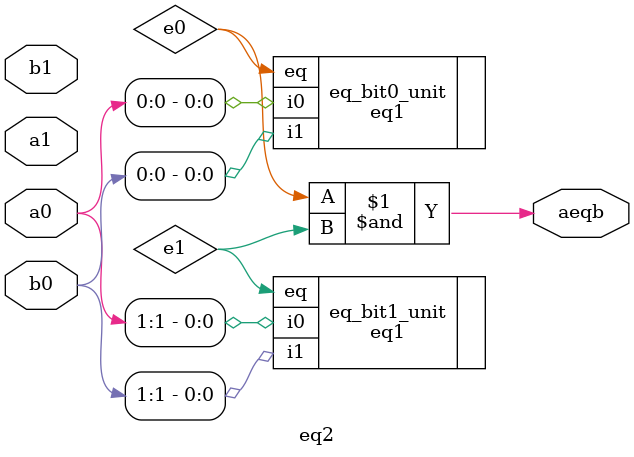
<source format=v>
module eq2
   (
    input  wire[1:0] a0, b0,			// a adn b are the two 2-bit numbers to compare
    input  wire[1:0] a1, b1,			// a adn b are the two 2-bit numbers to compare
    
    output wire aeqb				// single bit output. Should be high if a adn b the same
   );

   // internal signal declaration, used to wire outpus of the 1 bit comparators
   wire e0, e1, e2, e3;


   // body
   // instantiate two 1-bit comparators that we already know are tested and work
   // named instantiation allows us to change order of ports.
   eq1 eq_bit0_unit (.i0(a0[0]), .i1(b0[0]), .eq(e0));
   eq1 eq_bit1_unit (.eq(e1), .i0(a0[1]), .i1(b0[1]));
   eq1 eq_bit3_unit (.i0(a1[0]), .i1(b1[0]), .eq(e2));
   eq1 eq_bit4_unit (.eq(e3), .i0(a1[1]), .i1(b1[1]));
   
   


   // a and b are equal if individual bits are equal, which comes from the 1-bit comparators
   assign aeqb = e0 & e1;

endmodule
</source>
